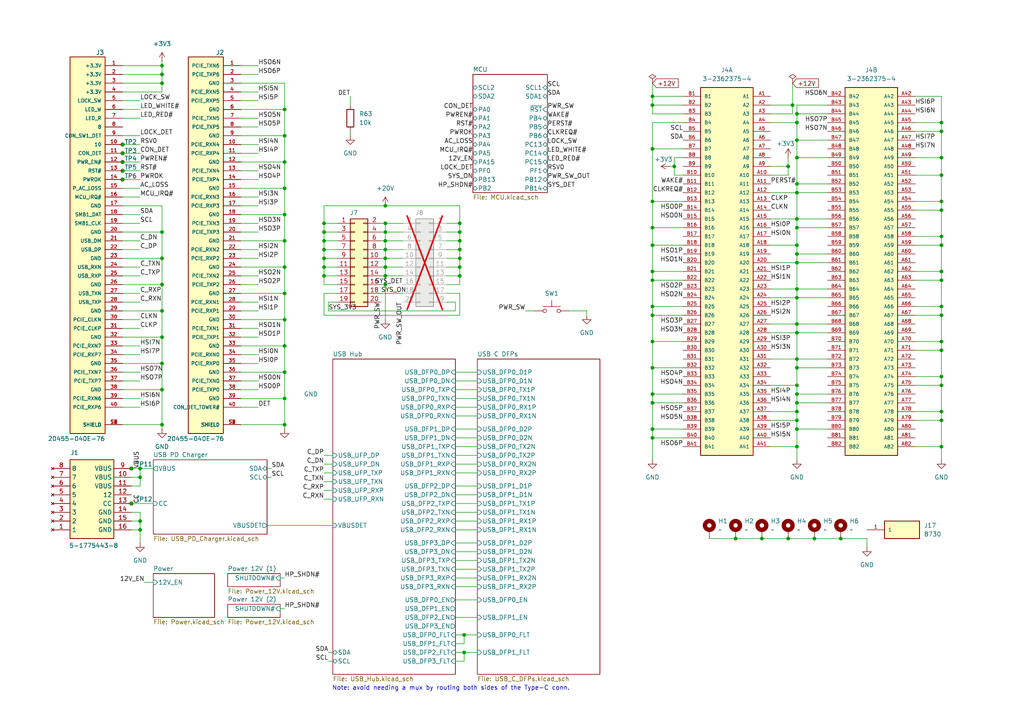
<source format=kicad_sch>
(kicad_sch (version 20231120) (generator "eeschema") (generator_version "8.0")
  (paper "A4")
  (junction (at 236.22 156.21))
  (junction (at 273.05 91.44))
  (junction (at 273.05 109.22))
  (junction (at 231.14 83.82))
  (junction (at 111.76 72.39))
  (junction (at 133.35 64.77))
  (junction (at 273.05 111.76))
  (junction (at 231.14 114.3))
  (junction (at 133.35 72.39))
  (junction (at 82.55 123.19))
  (junction (at 111.76 74.93))
  (junction (at 189.23 81.28))
  (junction (at 46.99 21.59))
  (junction (at 189.23 114.3))
  (junction (at 273.05 121.92))
  (junction (at 273.05 101.6))
  (junction (at 93.98 69.85))
  (junction (at 46.99 97.79))
  (junction (at 38.1 146.05))
  (junction (at 46.99 113.03))
  (junction (at 82.55 77.47))
  (junction (at 111.76 69.85))
  (junction (at 111.76 59.69))
  (junction (at 273.05 81.28))
  (junction (at 93.98 67.31))
  (junction (at 231.14 33.02))
  (junction (at 243.84 156.21))
  (junction (at 231.14 76.2))
  (junction (at 35.56 44.45))
  (junction (at 231.14 96.52))
  (junction (at 134.62 184.15))
  (junction (at 231.14 66.04))
  (junction (at 82.55 39.37))
  (junction (at 111.76 82.55))
  (junction (at 273.05 58.42))
  (junction (at 231.14 116.84))
  (junction (at 133.35 67.31))
  (junction (at 46.99 90.17))
  (junction (at 93.98 77.47))
  (junction (at 93.98 74.93))
  (junction (at 273.05 35.56))
  (junction (at 46.99 123.19))
  (junction (at 111.76 77.47))
  (junction (at 82.55 46.99))
  (junction (at 35.56 46.99))
  (junction (at 40.64 135.89))
  (junction (at 231.14 53.34))
  (junction (at 231.14 45.72))
  (junction (at 231.14 40.64))
  (junction (at 231.14 129.54))
  (junction (at 231.14 86.36))
  (junction (at 273.05 50.8))
  (junction (at 231.14 93.98))
  (junction (at 220.98 156.21))
  (junction (at 82.55 69.85))
  (junction (at 82.55 85.09))
  (junction (at 82.55 107.95))
  (junction (at 273.05 38.1))
  (junction (at 82.55 54.61))
  (junction (at 46.99 105.41))
  (junction (at 133.35 69.85))
  (junction (at 273.05 71.12))
  (junction (at 189.23 27.94))
  (junction (at 133.35 80.01))
  (junction (at 273.05 99.06))
  (junction (at 82.55 115.57))
  (junction (at 111.76 67.31))
  (junction (at 231.14 55.88))
  (junction (at 46.99 24.13))
  (junction (at 189.23 43.18))
  (junction (at 82.55 31.75))
  (junction (at 93.98 72.39))
  (junction (at 46.99 82.55))
  (junction (at 273.05 88.9))
  (junction (at 273.05 68.58))
  (junction (at 93.98 64.77))
  (junction (at 189.23 78.74))
  (junction (at 189.23 71.12))
  (junction (at 231.14 111.76))
  (junction (at 273.05 119.38))
  (junction (at 231.14 124.46))
  (junction (at 40.64 138.43))
  (junction (at 40.64 151.13))
  (junction (at 228.6 156.21))
  (junction (at 82.55 92.71))
  (junction (at 189.23 88.9))
  (junction (at 189.23 106.68))
  (junction (at 35.56 52.07))
  (junction (at 46.99 74.93))
  (junction (at 189.23 66.04))
  (junction (at 189.23 30.48))
  (junction (at 189.23 116.84))
  (junction (at 189.23 58.42))
  (junction (at 133.35 74.93))
  (junction (at 229.87 30.48))
  (junction (at 231.14 71.12))
  (junction (at 189.23 91.44))
  (junction (at 231.14 63.5))
  (junction (at 35.56 41.91))
  (junction (at 46.99 19.05))
  (junction (at 189.23 124.46))
  (junction (at 38.1 135.89))
  (junction (at 273.05 45.72))
  (junction (at 111.76 64.77))
  (junction (at 189.23 99.06))
  (junction (at 231.14 104.14))
  (junction (at 93.98 80.01))
  (junction (at 111.76 80.01))
  (junction (at 189.23 127))
  (junction (at 195.58 48.26))
  (junction (at 231.14 119.38))
  (junction (at 273.05 78.74))
  (junction (at 213.36 156.21))
  (junction (at 273.05 129.54))
  (junction (at 231.14 35.56))
  (junction (at 231.14 73.66))
  (junction (at 46.99 67.31))
  (junction (at 35.56 49.53))
  (junction (at 231.14 121.92))
  (junction (at 40.64 153.67))
  (junction (at 133.35 77.47))
  (junction (at 273.05 60.96))
  (junction (at 82.55 100.33))
  (junction (at 134.62 189.23))
  (junction (at 231.14 106.68))
  (junction (at 82.55 62.23))
  (junction (at 228.6 48.26))
  (wire (pts (xy 213.36 156.21) (xy 220.98 156.21)))
  (wire (pts (xy 93.98 137.16) (xy 96.52 137.16)))
  (wire (pts (xy 74.93 49.53) (xy 69.85 49.53)))
  (wire (pts (xy 133.35 59.69) (xy 133.35 64.77)))
  (wire (pts (xy 133.35 77.47) (xy 133.35 80.01)))
  (wire (pts (xy 189.23 71.12) (xy 198.12 71.12)))
  (wire (pts (xy 129.54 74.93) (xy 133.35 74.93)))
  (wire (pts (xy 46.99 90.17) (xy 46.99 97.79)))
  (wire (pts (xy 132.08 107.95) (xy 138.43 107.95)))
  (wire (pts (xy 93.98 69.85) (xy 97.79 69.85)))
  (wire (pts (xy 231.14 33.02) (xy 231.14 35.56)))
  (wire (pts (xy 195.58 45.72) (xy 195.58 48.26)))
  (wire (pts (xy 35.56 105.41) (xy 46.99 105.41)))
  (wire (pts (xy 111.76 69.85) (xy 116.84 69.85)))
  (wire (pts (xy 111.76 69.85) (xy 111.76 72.39)))
  (wire (pts (xy 273.05 129.54) (xy 273.05 133.35)))
  (wire (pts (xy 231.14 104.14) (xy 240.03 104.14)))
  (wire (pts (xy 40.64 135.89) (xy 44.45 135.89)))
  (wire (pts (xy 223.52 33.02) (xy 229.87 33.02)))
  (wire (pts (xy 223.52 63.5) (xy 231.14 63.5)))
  (wire (pts (xy 35.56 90.17) (xy 46.99 90.17)))
  (wire (pts (xy 132.08 120.65) (xy 138.43 120.65)))
  (wire (pts (xy 35.56 97.79) (xy 46.99 97.79)))
  (wire (pts (xy 35.56 52.07) (xy 40.64 52.07)))
  (wire (pts (xy 132.08 165.1) (xy 138.43 165.1)))
  (wire (pts (xy 111.76 67.31) (xy 111.76 69.85)))
  (wire (pts (xy 35.56 113.03) (xy 46.99 113.03)))
  (wire (pts (xy 69.85 100.33) (xy 82.55 100.33)))
  (wire (pts (xy 152.4 90.17) (xy 154.94 90.17)))
  (wire (pts (xy 134.62 189.23) (xy 138.43 189.23)))
  (wire (pts (xy 40.64 153.67) (xy 40.64 157.48)))
  (wire (pts (xy 198.12 58.42) (xy 189.23 58.42)))
  (wire (pts (xy 93.98 77.47) (xy 97.79 77.47)))
  (wire (pts (xy 223.52 86.36) (xy 231.14 86.36)))
  (wire (pts (xy 93.98 80.01) (xy 97.79 80.01)))
  (wire (pts (xy 35.56 34.29) (xy 40.64 34.29)))
  (wire (pts (xy 40.64 107.95) (xy 35.56 107.95)))
  (wire (pts (xy 82.55 115.57) (xy 82.55 123.19)))
  (wire (pts (xy 74.93 80.01) (xy 69.85 80.01)))
  (wire (pts (xy 111.76 67.31) (xy 116.84 67.31)))
  (wire (pts (xy 265.43 71.12) (xy 273.05 71.12)))
  (wire (pts (xy 231.14 106.68) (xy 240.03 106.68)))
  (wire (pts (xy 40.64 77.47) (xy 35.56 77.47)))
  (wire (pts (xy 132.08 189.23) (xy 134.62 189.23)))
  (wire (pts (xy 82.55 107.95) (xy 82.55 115.57)))
  (wire (pts (xy 231.14 63.5) (xy 231.14 66.04)))
  (wire (pts (xy 93.98 67.31) (xy 97.79 67.31)))
  (wire (pts (xy 251.46 156.21) (xy 251.46 158.75)))
  (wire (pts (xy 132.08 160.02) (xy 138.43 160.02)))
  (wire (pts (xy 101.6 38.1) (xy 101.6 39.37)))
  (wire (pts (xy 189.23 88.9) (xy 189.23 91.44)))
  (wire (pts (xy 132.08 170.18) (xy 138.43 170.18)))
  (wire (pts (xy 40.64 85.09) (xy 35.56 85.09)))
  (wire (pts (xy 132.08 191.77) (xy 134.62 191.77)))
  (wire (pts (xy 223.52 83.82) (xy 231.14 83.82)))
  (wire (pts (xy 273.05 58.42) (xy 273.05 60.96)))
  (wire (pts (xy 40.64 102.87) (xy 35.56 102.87)))
  (wire (pts (xy 35.56 44.45) (xy 40.64 44.45)))
  (wire (pts (xy 189.23 66.04) (xy 198.12 66.04)))
  (wire (pts (xy 82.55 24.13) (xy 82.55 31.75)))
  (wire (pts (xy 189.23 88.9) (xy 198.12 88.9)))
  (wire (pts (xy 40.64 100.33) (xy 35.56 100.33)))
  (wire (pts (xy 229.87 33.02) (xy 229.87 30.48)))
  (wire (pts (xy 46.99 123.19) (xy 46.99 124.46)))
  (wire (pts (xy 132.08 87.63) (xy 132.08 90.17)))
  (wire (pts (xy 265.43 99.06) (xy 273.05 99.06)))
  (wire (pts (xy 231.14 121.92) (xy 231.14 124.46)))
  (wire (pts (xy 189.23 127) (xy 189.23 133.35)))
  (wire (pts (xy 35.56 67.31) (xy 46.99 67.31)))
  (wire (pts (xy 35.56 74.93) (xy 46.99 74.93)))
  (wire (pts (xy 46.99 113.03) (xy 46.99 123.19)))
  (wire (pts (xy 133.35 80.01) (xy 133.35 82.55)))
  (wire (pts (xy 129.54 85.09) (xy 133.35 85.09)))
  (wire (pts (xy 231.14 45.72) (xy 240.03 45.72)))
  (wire (pts (xy 223.52 55.88) (xy 231.14 55.88)))
  (wire (pts (xy 231.14 40.64) (xy 240.03 40.64)))
  (wire (pts (xy 46.99 67.31) (xy 46.99 74.93)))
  (wire (pts (xy 74.93 64.77) (xy 69.85 64.77)))
  (wire (pts (xy 129.54 72.39) (xy 133.35 72.39)))
  (wire (pts (xy 40.64 135.89) (xy 40.64 138.43)))
  (wire (pts (xy 231.14 129.54) (xy 231.14 133.35)))
  (wire (pts (xy 240.03 30.48) (xy 231.14 30.48)))
  (wire (pts (xy 132.08 115.57) (xy 138.43 115.57)))
  (wire (pts (xy 265.43 27.94) (xy 273.05 27.94)))
  (wire (pts (xy 273.05 81.28) (xy 273.05 88.9)))
  (wire (pts (xy 40.64 148.59) (xy 40.64 151.13)))
  (wire (pts (xy 110.49 82.55) (xy 111.76 82.55)))
  (wire (pts (xy 189.23 114.3) (xy 189.23 116.84)))
  (wire (pts (xy 40.64 69.85) (xy 35.56 69.85)))
  (wire (pts (xy 74.93 90.17) (xy 69.85 90.17)))
  (wire (pts (xy 129.54 77.47) (xy 133.35 77.47)))
  (wire (pts (xy 134.62 191.77) (xy 134.62 189.23)))
  (wire (pts (xy 81.28 167.64) (xy 82.55 167.64)))
  (wire (pts (xy 95.25 191.77) (xy 96.52 191.77)))
  (wire (pts (xy 189.23 30.48) (xy 189.23 27.94)))
  (wire (pts (xy 69.85 24.13) (xy 82.55 24.13)))
  (wire (pts (xy 132.08 162.56) (xy 138.43 162.56)))
  (wire (pts (xy 93.98 134.62) (xy 96.52 134.62)))
  (wire (pts (xy 231.14 35.56) (xy 231.14 40.64)))
  (wire (pts (xy 40.64 87.63) (xy 35.56 87.63)))
  (wire (pts (xy 69.85 39.37) (xy 82.55 39.37)))
  (wire (pts (xy 132.08 110.49) (xy 138.43 110.49)))
  (wire (pts (xy 46.99 82.55) (xy 46.99 90.17)))
  (wire (pts (xy 220.98 156.21) (xy 228.6 156.21)))
  (wire (pts (xy 189.23 33.02) (xy 189.23 30.48)))
  (wire (pts (xy 69.85 92.71) (xy 82.55 92.71)))
  (wire (pts (xy 134.62 184.15) (xy 138.43 184.15)))
  (wire (pts (xy 132.08 151.13) (xy 138.43 151.13)))
  (wire (pts (xy 265.43 111.76) (xy 273.05 111.76)))
  (wire (pts (xy 40.64 118.11) (xy 35.56 118.11)))
  (wire (pts (xy 231.14 55.88) (xy 231.14 63.5)))
  (wire (pts (xy 93.98 59.69) (xy 111.76 59.69)))
  (wire (pts (xy 69.85 31.75) (xy 82.55 31.75)))
  (wire (pts (xy 231.14 93.98) (xy 231.14 96.52)))
  (wire (pts (xy 110.49 74.93) (xy 111.76 74.93)))
  (wire (pts (xy 69.85 85.09) (xy 82.55 85.09)))
  (wire (pts (xy 129.54 64.77) (xy 133.35 64.77)))
  (wire (pts (xy 231.14 40.64) (xy 231.14 45.72)))
  (wire (pts (xy 228.6 156.21) (xy 236.22 156.21)))
  (wire (pts (xy 231.14 124.46) (xy 240.03 124.46)))
  (wire (pts (xy 189.23 43.18) (xy 198.12 43.18)))
  (wire (pts (xy 82.55 85.09) (xy 82.55 92.71)))
  (wire (pts (xy 265.43 78.74) (xy 273.05 78.74)))
  (wire (pts (xy 74.93 34.29) (xy 69.85 34.29)))
  (wire (pts (xy 93.98 144.78) (xy 96.52 144.78)))
  (wire (pts (xy 46.99 19.05) (xy 46.99 17.78)))
  (wire (pts (xy 74.93 74.93) (xy 69.85 74.93)))
  (wire (pts (xy 93.98 64.77) (xy 93.98 59.69)))
  (wire (pts (xy 189.23 116.84) (xy 198.12 116.84)))
  (wire (pts (xy 69.85 77.47) (xy 82.55 77.47)))
  (wire (pts (xy 189.23 43.18) (xy 189.23 58.42)))
  (wire (pts (xy 110.49 72.39) (xy 111.76 72.39)))
  (wire (pts (xy 189.23 78.74) (xy 198.12 78.74)))
  (wire (pts (xy 93.98 74.93) (xy 93.98 77.47)))
  (wire (pts (xy 129.54 80.01) (xy 133.35 80.01)))
  (wire (pts (xy 231.14 124.46) (xy 231.14 129.54)))
  (wire (pts (xy 46.99 21.59) (xy 46.99 19.05)))
  (wire (pts (xy 40.64 110.49) (xy 35.56 110.49)))
  (wire (pts (xy 223.52 121.92) (xy 231.14 121.92)))
  (wire (pts (xy 231.14 104.14) (xy 231.14 106.68)))
  (wire (pts (xy 265.43 119.38) (xy 273.05 119.38)))
  (wire (pts (xy 231.14 83.82) (xy 240.03 83.82)))
  (wire (pts (xy 74.93 44.45) (xy 69.85 44.45)))
  (wire (pts (xy 132.08 124.46) (xy 138.43 124.46)))
  (wire (pts (xy 133.35 69.85) (xy 133.35 72.39)))
  (wire (pts (xy 231.14 53.34) (xy 240.03 53.34)))
  (wire (pts (xy 74.93 82.55) (xy 69.85 82.55)))
  (wire (pts (xy 189.23 58.42) (xy 189.23 66.04)))
  (wire (pts (xy 35.56 46.99) (xy 40.64 46.99)))
  (wire (pts (xy 223.52 35.56) (xy 231.14 35.56)))
  (wire (pts (xy 111.76 74.93) (xy 116.84 74.93)))
  (wire (pts (xy 35.56 24.13) (xy 46.99 24.13)))
  (wire (pts (xy 110.49 69.85) (xy 111.76 69.85)))
  (wire (pts (xy 132.08 113.03) (xy 138.43 113.03)))
  (wire (pts (xy 110.49 67.31) (xy 111.76 67.31)))
  (wire (pts (xy 273.05 121.92) (xy 273.05 129.54)))
  (wire (pts (xy 132.08 140.97) (xy 138.43 140.97)))
  (wire (pts (xy 231.14 76.2) (xy 231.14 83.82)))
  (wire (pts (xy 111.76 80.01) (xy 116.84 80.01)))
  (wire (pts (xy 132.08 186.69) (xy 134.62 186.69)))
  (wire (pts (xy 132.08 143.51) (xy 138.43 143.51)))
  (wire (pts (xy 93.98 72.39) (xy 97.79 72.39)))
  (wire (pts (xy 111.76 72.39) (xy 111.76 74.93)))
  (wire (pts (xy 111.76 72.39) (xy 116.84 72.39)))
  (wire (pts (xy 35.56 31.75) (xy 40.64 31.75)))
  (wire (pts (xy 129.54 87.63) (xy 132.08 87.63)))
  (wire (pts (xy 273.05 109.22) (xy 273.05 111.76)))
  (wire (pts (xy 74.93 97.79) (xy 69.85 97.79)))
  (wire (pts (xy 165.1 90.17) (xy 170.18 90.17)))
  (wire (pts (xy 229.87 24.13) (xy 229.87 30.48)))
  (wire (pts (xy 82.55 62.23) (xy 82.55 69.85)))
  (wire (pts (xy 265.43 91.44) (xy 273.05 91.44)))
  (wire (pts (xy 77.47 135.89) (xy 78.74 135.89)))
  (wire (pts (xy 82.55 39.37) (xy 82.55 46.99)))
  (wire (pts (xy 101.6 27.94) (xy 101.6 30.48)))
  (wire (pts (xy 93.98 64.77) (xy 97.79 64.77)))
  (wire (pts (xy 74.93 110.49) (xy 69.85 110.49)))
  (wire (pts (xy 35.56 82.55) (xy 46.99 82.55)))
  (wire (pts (xy 95.25 87.63) (xy 95.25 90.17)))
  (wire (pts (xy 110.49 80.01) (xy 111.76 80.01)))
  (wire (pts (xy 223.52 96.52) (xy 231.14 96.52)))
  (wire (pts (xy 82.55 31.75) (xy 82.55 39.37)))
  (wire (pts (xy 223.52 30.48) (xy 229.87 30.48)))
  (wire (pts (xy 35.56 21.59) (xy 46.99 21.59)))
  (wire (pts (xy 198.12 33.02) (xy 189.23 33.02)))
  (wire (pts (xy 273.05 27.94) (xy 273.05 35.56)))
  (wire (pts (xy 35.56 26.67) (xy 46.99 26.67)))
  (wire (pts (xy 69.85 46.99) (xy 82.55 46.99)))
  (wire (pts (xy 189.23 124.46) (xy 198.12 124.46)))
  (wire (pts (xy 231.14 86.36) (xy 231.14 93.98)))
  (wire (pts (xy 38.1 146.05) (xy 44.45 146.05)))
  (wire (pts (xy 265.43 38.1) (xy 273.05 38.1)))
  (wire (pts (xy 74.93 105.41) (xy 69.85 105.41)))
  (wire (pts (xy 93.98 139.7) (xy 96.52 139.7)))
  (wire (pts (xy 198.12 35.56) (xy 189.23 35.56)))
  (wire (pts (xy 273.05 101.6) (xy 273.05 109.22)))
  (wire (pts (xy 273.05 50.8) (xy 273.05 58.42)))
  (wire (pts (xy 223.52 119.38) (xy 231.14 119.38)))
  (wire (pts (xy 69.85 54.61) (xy 82.55 54.61)))
  (wire (pts (xy 195.58 48.26) (xy 195.58 50.8)))
  (wire (pts (xy 198.12 45.72) (xy 195.58 45.72)))
  (wire (pts (xy 74.93 102.87) (xy 69.85 102.87)))
  (wire (pts (xy 265.43 129.54) (xy 273.05 129.54)))
  (wire (pts (xy 273.05 99.06) (xy 273.05 101.6)))
  (wire (pts (xy 231.14 114.3) (xy 231.14 116.84)))
  (wire (pts (xy 228.6 45.72) (xy 228.6 48.26)))
  (wire (pts (xy 93.98 142.24) (xy 96.52 142.24)))
  (wire (pts (xy 231.14 96.52) (xy 240.03 96.52)))
  (wire (pts (xy 132.08 179.07) (xy 138.43 179.07)))
  (wire (pts (xy 110.49 77.47) (xy 111.76 77.47)))
  (wire (pts (xy 133.35 91.44) (xy 93.98 91.44)))
  (wire (pts (xy 231.14 106.68) (xy 231.14 111.76)))
  (wire (pts (xy 265.43 45.72) (xy 273.05 45.72)))
  (wire (pts (xy 111.76 80.01) (xy 111.76 82.55)))
  (wire (pts (xy 189.23 106.68) (xy 189.23 114.3)))
  (wire (pts (xy 132.08 157.48) (xy 138.43 157.48)))
  (wire (pts (xy 35.56 59.69) (xy 46.99 59.69)))
  (wire (pts (xy 40.64 92.71) (xy 35.56 92.71)))
  (wire (pts (xy 189.23 116.84) (xy 189.23 124.46)))
  (wire (pts (xy 82.55 92.71) (xy 82.55 100.33)))
  (wire (pts (xy 231.14 63.5) (xy 240.03 63.5)))
  (wire (pts (xy 35.56 57.15) (xy 40.64 57.15)))
  (wire (pts (xy 74.93 95.25) (xy 69.85 95.25)))
  (wire (pts (xy 265.43 50.8) (xy 273.05 50.8)))
  (wire (pts (xy 35.56 54.61) (xy 40.64 54.61)))
  (wire (pts (xy 236.22 156.21) (xy 243.84 156.21)))
  (wire (pts (xy 273.05 119.38) (xy 273.05 121.92)))
  (wire (pts (xy 46.99 24.13) (xy 46.99 21.59)))
  (wire (pts (xy 132.08 167.64) (xy 138.43 167.64)))
  (wire (pts (xy 74.93 87.63) (xy 69.85 87.63)))
  (wire (pts (xy 231.14 83.82) (xy 231.14 86.36)))
  (wire (pts (xy 189.23 91.44) (xy 198.12 91.44)))
  (wire (pts (xy 132.08 184.15) (xy 134.62 184.15)))
  (wire (pts (xy 189.23 99.06) (xy 189.23 106.68)))
  (wire (pts (xy 129.54 69.85) (xy 133.35 69.85)))
  (wire (pts (xy 265.43 81.28) (xy 273.05 81.28)))
  (wire (pts (xy 111.76 82.55) (xy 111.76 92.71)))
  (wire (pts (xy 74.93 59.69) (xy 69.85 59.69)))
  (wire (pts (xy 93.98 72.39) (xy 93.98 69.85)))
  (wire (pts (xy 223.52 129.54) (xy 231.14 129.54)))
  (wire (pts (xy 243.84 156.21) (xy 251.46 156.21)))
  (wire (pts (xy 111.76 77.47) (xy 116.84 77.47)))
  (wire (pts (xy 231.14 73.66) (xy 231.14 76.2)))
  (wire (pts (xy 273.05 71.12) (xy 273.05 78.74)))
  (wire (pts (xy 40.64 62.23) (xy 35.56 62.23)))
  (wire (pts (xy 93.98 132.08) (xy 96.52 132.08)))
  (wire (pts (xy 189.23 78.74) (xy 189.23 81.28)))
  (wire (pts (xy 69.85 62.23) (xy 82.55 62.23)))
  (wire (pts (xy 97.79 87.63) (xy 95.25 87.63)))
  (wire (pts (xy 93.98 74.93) (xy 93.98 72.39)))
  (wire (pts (xy 170.18 90.17) (xy 170.18 91.44)))
  (wire (pts (xy 231.14 55.88) (xy 240.03 55.88)))
  (wire (pts (xy 46.99 74.93) (xy 46.99 82.55)))
  (wire (pts (xy 38.1 140.97) (xy 40.64 140.97)))
  (wire (pts (xy 69.85 123.19) (xy 82.55 123.19)))
  (wire (pts (xy 35.56 123.19) (xy 46.99 123.19)))
  (wire (pts (xy 40.64 115.57) (xy 35.56 115.57)))
  (wire (pts (xy 189.23 106.68) (xy 198.12 106.68)))
  (wire (pts (xy 133.35 74.93) (xy 133.35 77.47)))
  (wire (pts (xy 273.05 60.96) (xy 273.05 68.58)))
  (wire (pts (xy 111.76 74.93) (xy 111.76 77.47)))
  (wire (pts (xy 231.14 96.52) (xy 231.14 104.14)))
  (wire (pts (xy 38.1 151.13) (xy 40.64 151.13)))
  (wire (pts (xy 40.64 64.77) (xy 35.56 64.77)))
  (wire (pts (xy 132.08 134.62) (xy 138.43 134.62)))
  (wire (pts (xy 273.05 88.9) (xy 273.05 91.44)))
  (wire (pts (xy 129.54 82.55) (xy 133.35 82.55)))
  (wire (pts (xy 74.93 19.05) (xy 69.85 19.05)))
  (wire (pts (xy 74.93 29.21) (xy 69.85 29.21)))
  (wire (pts (xy 132.08 127) (xy 138.43 127)))
  (wire (pts (xy 231.14 30.48) (xy 231.14 33.02)))
  (wire (pts (xy 69.85 115.57) (xy 82.55 115.57)))
  (wire (pts (xy 40.64 138.43) (xy 40.64 140.97)))
  (wire (pts (xy 223.52 48.26) (xy 228.6 48.26)))
  (wire (pts (xy 69.85 107.95) (xy 82.55 107.95)))
  (wire (pts (xy 265.43 109.22) (xy 273.05 109.22)))
  (wire (pts (xy 133.35 72.39) (xy 133.35 74.93)))
  (wire (pts (xy 133.35 85.09) (xy 133.35 91.44)))
  (wire (pts (xy 133.35 67.31) (xy 133.35 69.85)))
  (wire (pts (xy 77.47 138.43) (xy 78.74 138.43)))
  (wire (pts (xy 189.23 66.04) (xy 189.23 71.12)))
  (wire (pts (xy 231.14 86.36) (xy 240.03 86.36)))
  (wire (pts (xy 82.55 100.33) (xy 82.55 107.95)))
  (wire (pts (xy 231.14 45.72) (xy 231.14 53.34)))
  (wire (pts (xy 35.56 41.91) (xy 40.64 41.91)))
  (wire (pts (xy 265.43 35.56) (xy 273.05 35.56)))
  (wire (pts (xy 74.93 26.67) (xy 69.85 26.67)))
  (wire (pts (xy 132.08 173.99) (xy 138.43 173.99)))
  (wire (pts (xy 132.08 148.59) (xy 138.43 148.59)))
  (wire (pts (xy 132.08 153.67) (xy 138.43 153.67)))
  (wire (pts (xy 82.55 46.99) (xy 82.55 54.61)))
  (wire (pts (xy 231.14 73.66) (xy 240.03 73.66)))
  (wire (pts (xy 110.49 64.77) (xy 111.76 64.77)))
  (wire (pts (xy 231.14 93.98) (xy 240.03 93.98)))
  (wire (pts (xy 228.6 50.8) (xy 228.6 48.26)))
  (wire (pts (xy 223.52 111.76) (xy 231.14 111.76)))
  (wire (pts (xy 273.05 78.74) (xy 273.05 81.28)))
  (wire (pts (xy 77.47 152.4) (xy 96.52 152.4)))
  (wire (pts (xy 82.55 123.19) (xy 82.55 124.46)))
  (wire (pts (xy 38.1 148.59) (xy 40.64 148.59)))
  (wire (pts (xy 111.76 59.69) (xy 133.35 59.69)))
  (wire (pts (xy 273.05 91.44) (xy 273.05 99.06)))
  (wire (pts (xy 231.14 66.04) (xy 240.03 66.04)))
  (wire (pts (xy 189.23 71.12) (xy 189.23 78.74)))
  (wire (pts (xy 40.64 151.13) (xy 40.64 153.67)))
  (wire (pts (xy 82.55 54.61) (xy 82.55 62.23)))
  (wire (pts (xy 273.05 68.58) (xy 273.05 71.12)))
  (wire (pts (xy 189.23 99.06) (xy 198.12 99.06)))
  (wire (pts (xy 195.58 50.8) (xy 198.12 50.8)))
  (wire (pts (xy 231.14 66.04) (xy 231.14 71.12)))
  (wire (pts (xy 231.14 53.34) (xy 231.14 55.88)))
  (wire (pts (xy 35.56 19.05) (xy 46.99 19.05)))
  (wire (pts (xy 265.43 121.92) (xy 273.05 121.92)))
  (wire (pts (xy 223.52 93.98) (xy 231.14 93.98)))
  (wire (pts (xy 189.23 127) (xy 198.12 127)))
  (wire (pts (xy 223.52 50.8) (xy 228.6 50.8)))
  (wire (pts (xy 129.54 67.31) (xy 133.35 67.31)))
  (wire (pts (xy 81.28 176.53) (xy 82.55 176.53)))
  (wire (pts (xy 132.08 118.11) (xy 138.43 118.11)))
  (wire (pts (xy 74.93 21.59) (xy 69.85 21.59)))
  (wire (pts (xy 74.93 57.15) (xy 69.85 57.15)))
  (wire (pts (xy 95.25 189.23) (xy 96.52 189.23)))
  (wire (pts (xy 273.05 111.76) (xy 273.05 119.38)))
  (wire (pts (xy 132.08 137.16) (xy 138.43 137.16)))
  (wire (pts (xy 265.43 58.42) (xy 273.05 58.42)))
  (wire (pts (xy 189.23 91.44) (xy 189.23 99.06)))
  (wire (pts (xy 93.98 67.31) (xy 93.98 64.77)))
  (wire (pts (xy 198.12 30.48) (xy 189.23 30.48)))
  (wire (pts (xy 38.1 138.43) (xy 40.64 138.43)))
  (wire (pts (xy 231.14 71.12) (xy 231.14 73.66)))
  (wire (pts (xy 40.64 49.53) (xy 35.56 49.53)))
  (wire (pts (xy 93.98 69.85) (xy 93.98 67.31)))
  (wire (pts (xy 38.1 153.67) (xy 40.64 153.67)))
  (wire (pts (xy 194.31 48.26) (xy 195.58 48.26)))
  (wire (pts (xy 46.99 105.41) (xy 46.99 113.03)))
  (wire (pts (xy 231.14 116.84) (xy 240.03 116.84)))
  (wire (pts (xy 40.64 80.01) (xy 35.56 80.01)))
  (wire (pts (xy 231.14 114.3) (xy 240.03 114.3)))
  (wire (pts (xy 69.85 69.85) (xy 82.55 69.85)))
  (wire (pts (xy 273.05 38.1) (xy 273.05 45.72)))
  (wire (pts (xy 205.74 156.21) (xy 213.36 156.21)))
  (wire (pts (xy 111.76 64.77) (xy 116.84 64.77)))
  (wire (pts (xy 82.55 77.47) (xy 82.55 85.09)))
  (wire (pts (xy 93.98 82.55) (xy 97.79 82.55)))
  (wire (pts (xy 46.99 97.79) (xy 46.99 105.41)))
  (wire (pts (xy 93.98 91.44) (xy 93.98 85.09)))
  (wire (pts (xy 132.08 129.54) (xy 138.43 129.54)))
  (wire (pts (xy 35.56 39.37) (xy 40.64 39.37)))
  (wire (pts (xy 189.23 81.28) (xy 189.23 88.9)))
  (wire (pts (xy 198.12 27.94) (xy 189.23 27.94)))
  (wire (pts (xy 74.93 41.91) (xy 69.85 41.91)))
  (wire (pts (xy 46.99 26.67) (xy 46.99 24.13)))
  (wire (pts (xy 223.52 71.12) (xy 231.14 71.12)))
  (wire (pts (xy 74.93 113.03) (xy 69.85 113.03)))
  (wire (pts (xy 132.08 146.05) (xy 138.43 146.05)))
  (wire (pts (xy 95.25 90.17) (xy 132.08 90.17)))
  (wire (pts (xy 82.55 69.85) (xy 82.55 77.47)))
  (wire (pts (xy 189.23 114.3) (xy 198.12 114.3)))
  (wire (pts (xy 40.64 95.25) (xy 35.56 95.25)))
  (wire (pts (xy 69.85 118.11) (xy 74.93 118.11)))
  (wire (pts (xy 265.43 88.9) (xy 273.05 88.9)))
  (wire (pts (xy 93.98 82.55) (xy 93.98 80.01)))
  (wire (pts (xy 231.14 111.76) (xy 231.14 114.3)))
  (wire (pts (xy 38.1 135.89) (xy 40.64 135.89)))
  (wire (pts (xy 223.52 104.14) (xy 231.14 104.14)))
  (wire (pts (xy 41.91 168.91) (xy 44.45 168.91)))
  (wire (pts (xy 46.99 59.69) (xy 46.99 67.31)))
  (wire (pts (xy 93.98 74.93) (xy 97.79 74.93)))
  (wire (pts (xy 74.93 36.83) (xy 69.85 36.83)))
  (wire (pts (xy 74.93 52.07) (xy 69.85 52.07)))
  (wire (pts (xy 110.49 85.09) (xy 116.84 85.09)))
  (wire (pts (xy 189.23 81.28) (xy 198.12 81.28)))
  (wire (pts (xy 265.43 101.6) (xy 273.05 101.6)))
  (wire (pts (xy 189.23 35.56) (xy 189.23 43.18)))
  (wire (pts (xy 35.56 29.21) (xy 40.64 29.21)))
  (wire (pts (xy 231.14 119.38) (xy 231.14 121.92)))
  (wire (pts (xy 111.76 64.77) (xy 111.76 67.31)))
  (wire (pts (xy 93.98 85.09) (xy 97.79 85.09)))
  (wire (pts (xy 189.23 124.46) (xy 189.23 127)))
  (wire (pts (xy 265.43 68.58) (xy 273.05 68.58)))
  (wire (pts (xy 265.43 60.96) (xy 273.05 60.96)))
  (wire (pts (xy 231.14 116.84) (xy 231.14 119.38)))
  (wire (pts (xy 132.08 132.08) (xy 138.43 132.08)))
  (wire (pts (xy 231.14 76.2) (xy 240.03 76.2)))
  (wire (pts (xy 40.64 72.39) (xy 35.56 72.39)))
  (wire (pts (xy 273.05 45.72) (xy 273.05 50.8)))
  (wire (pts (xy 93.98 80.01) (xy 93.98 77.47)))
  (wire (pts (xy 111.76 77.47) (xy 111.76 80.01)))
  (wire (pts (xy 74.93 72.39) (xy 69.85 72.39)))
  (wire (pts (xy 273.05 35.56) (xy 273.05 38.1)))
  (wire (pts (xy 134.62 186.69) (xy 134.62 184.15)))
  (wire (pts (xy 189.23 24.13) (xy 189.23 27.94)))
  (wire (pts (xy 231.14 33.02) (xy 240.03 33.02)))
  (wire (pts (xy 74.93 67.31) (xy 69.85 67.31)))
  (wire (pts (xy 133.35 64.77) (xy 133.35 67.31)))
  (wire (pts (xy 223.52 76.2) (xy 231.14 76.2)))
  (text "Note: avoid needing a mux by routing both sides of the Type-C conn." (at 130.81 199.644 0) (effects (font (size 1.27 1.27))))
  (label "HSO1N" (at 198.12 76.2 180))
  (label "HSI2P" (at 74.93 74.93 0))
  (label "HSO6P" (at 74.93 21.59 0))
  (label "HSI5P" (at 223.52 124.46 0))
  (label "HSI5P" (at 74.93 29.21 0))
  (label "PWR_SW" (at 152.4 90.17 180))
  (label "HP_SHDN#" (at 82.55 176.53 0))
  (label "PWROK" (at 137.16 39.37 180))
  (label "C_TXN" (at 93.98 139.7 180))
  (label "HSO3P" (at 198.12 93.98 180))
  (label "SDA" (at 40.64 62.23 0))
  (label "HSI3P" (at 223.52 99.06 0))
  (label "RSV0" (at 158.75 49.53 0))
  (label "HSI0P" (at 223.52 66.04 0))
  (label "LED_RED#" (at 40.64 34.29 0))
  (label "SCL" (at 95.25 191.77 180))
  (label "LOCK_SW" (at 40.64 29.21 0))
  (label "CLKN" (at 223.52 60.96 0))
  (label "SDA" (at 158.75 27.94 0))
  (label "PWROK" (at 40.64 52.07 0))
  (label "CLKN" (at 40.64 92.71 0))
  (label "HSI0N" (at 74.93 102.87 0))
  (label "HSO4P" (at 198.12 109.22 180))
  (label "C_RXP" (at 93.98 142.24 180))
  (label "HSO2P" (at 198.12 83.82 180))
  (label "HSO4N" (at 198.12 111.76 180))
  (label "SCL" (at 158.75 25.4 0))
  (label "SDA" (at 95.25 189.23 180))
  (label "C_DP" (at 93.98 132.08 180))
  (label "DET" (at 74.93 118.11 0))
  (label "C_DP" (at 40.64 72.39 0))
  (label "C_RXN" (at 40.64 87.63 0))
  (label "HSO5N" (at 74.93 34.29 0))
  (label "PWREN#" (at 40.64 46.99 0))
  (label "HSO3N" (at 198.12 96.52 180))
  (label "WAKE#" (at 198.12 53.34 180))
  (label "SDA" (at 198.12 40.64 180))
  (label "SCL" (at 78.74 138.43 0))
  (label "PWR_SW_OUT" (at 158.75 52.07 0))
  (label "SYS_3V3" (at 95.25 90.17 0))
  (label "HSI3P" (at 74.93 59.69 0))
  (label "12V_EN" (at 41.91 168.91 180))
  (label "CON_DET" (at 137.16 31.75 180))
  (label "C_RXN" (at 93.98 144.78 180))
  (label "HSI4N" (at 223.52 116.84 0))
  (label "12V_EN" (at 137.16 46.99 180))
  (label "MCU_IRQ#" (at 40.64 57.15 0))
  (label "C_DN" (at 93.98 134.62 180))
  (label "HSO2P" (at 74.93 82.55 0))
  (label "SYS_DET" (at 116.84 82.55 180))
  (label "HSI6P" (at 265.43 30.48 0))
  (label "HP_SHDN#" (at 82.55 167.64 0))
  (label "HSI4N" (at 74.93 41.91 0))
  (label "CLKREQ#" (at 158.75 39.37 0))
  (label "HSO5P" (at 74.93 36.83 0))
  (label "SYS_DET" (at 158.75 54.61 0))
  (label "HSO5P" (at 198.12 119.38 180))
  (label "HSI4P" (at 223.52 114.3 0))
  (label "HSI4P" (at 74.93 44.45 0))
  (label "HSO7N" (at 240.03 38.1 180))
  (label "PWREN#" (at 137.16 34.29 180))
  (label "LOCK_DET" (at 40.64 39.37 0))
  (label "HSI7N" (at 40.64 100.33 0))
  (label "AC_LOSS" (at 40.64 54.61 0))
  (label "HSI5N" (at 74.93 26.67 0))
  (label "SCL" (at 40.64 64.77 0))
  (label "RSV0" (at 40.64 41.91 0))
  (label "LED_RED#" (at 158.75 46.99 0))
  (label "HSI6N" (at 265.43 33.02 0))
  (label "HSO7P" (at 240.03 35.56 180))
  (label "HSO0P" (at 74.93 113.03 0))
  (label "HSO0P" (at 198.12 60.96 180))
  (label "HSO1P" (at 198.12 73.66 180))
  (label "HSI7P" (at 265.43 40.64 0))
  (label "HSO2N" (at 198.12 86.36 180))
  (label "HSO7P" (at 40.64 110.49 0))
  (label "LOCK_SW" (at 158.75 41.91 0))
  (label "HSI0N" (at 223.52 68.58 0))
  (label "HSO2N" (at 74.93 80.01 0))
  (label "VBUS" (at 40.64 135.89 90))
  (label "HSI5N" (at 223.52 127 0))
  (label "C_TXN" (at 40.64 77.47 0))
  (label "HSO3N" (at 74.93 64.77 0))
  (label "CC" (at 40.64 146.05 90))
  (label "HSO4N" (at 74.93 49.53 0))
  (label "PERST#" (at 223.52 53.34 0))
  (label "PERST#" (at 158.75 36.83 0))
  (label "C_TXP" (at 40.64 80.01 0))
  (label "HSI1N" (at 74.93 87.63 0))
  (label "HSO7N" (at 40.64 107.95 0))
  (label "LED_WHITE#" (at 158.75 44.45 0))
  (label "HSI1N" (at 223.52 81.28 0))
  (label "DET" (at 101.6 27.94 180))
  (label "AC_LOSS" (at 137.16 41.91 180))
  (label "CLKP" (at 40.64 95.25 0))
  (label "C_DN" (at 40.64 69.85 0))
  (label "HSI1P" (at 223.52 78.74 0))
  (label "MCU_IRQ#" (at 137.16 44.45 180))
  (label "WAKE#" (at 158.75 34.29 0))
  (label "HP_SHDN#" (at 137.16 54.61 180))
  (label "C_TXP" (at 93.98 137.16 180))
  (label "CLKREQ#" (at 198.12 55.88 180))
  (label "RST#" (at 137.16 36.83 180))
  (label "RST#" (at 40.64 49.53 0))
  (label "SYS_ON" (at 110.49 85.09 0))
  (label "PWR_SW" (at 158.75 31.75 0))
  (label "PWR_SW_OUT" (at 116.84 87.63 270))
  (label "HSI6P" (at 40.64 118.11 0))
  (label "HSO0N" (at 198.12 63.5 180))
  (label "HSO6N" (at 240.03 27.94 180))
  (label "HSI2N" (at 74.93 72.39 0))
  (label "C_RXP" (at 40.64 85.09 0))
  (label "HSO3P" (at 74.93 67.31 0))
  (label "CLKP" (at 223.52 58.42 0))
  (label "HSI6N" (at 40.64 115.57 0))
  (label "HSO6N" (at 74.93 19.05 0))
  (label "HSO5N" (at 198.12 121.92 180))
  (label "CON_DET" (at 40.64 44.45 0))
  (label "HSO6P" (at 198.12 129.54 180))
  (label "SCL" (at 198.12 38.1 180))
  (label "HSO0N" (at 74.93 110.49 0))
  (label "HSO4P" (at 74.93 52.07 0))
  (label "HSO1P" (at 74.93 97.79 0))
  (label "HSI3N" (at 74.93 57.15 0))
  (label "HSO1N" (at 74.93 95.25 0))
  (label "LED_WHITE#" (at 40.64 31.75 0))
  (label "PWR_SW" (at 110.49 87.63 270))
  (label "SDA" (at 78.74 135.89 0))
  (label "HSI2N" (at 223.52 91.44 0))
  (label "HSI2P" (at 223.52 88.9 0))
  (label "HSI0P" (at 74.93 105.41 0))
  (label "HSI7N" (at 265.43 43.18 0))
  (label "LOCK_DET" (at 137.16 49.53 180))
  (label "HSI7P" (at 40.64 102.87 0))
  (label "HSI1P" (at 74.93 90.17 0))
  (label "SYS_ON" (at 137.16 52.07 180))
  (label "HSI3N" (at 223.52 101.6 0))
  (global_label "+12V" (shape input) (at 229.87 24.13 0) (property "Intersheetrefs" "${INTERSHEET_REFS}" (effects (hide yes))))
  (global_label "+12V" (shape input) (at 189.23 24.13 0) (property "Intersheetrefs" "${INTERSHEET_REFS}" (effects (hide yes))))
  (symbol (lib_id "Connector:TestPoint_Small") (at 35.56 44.45 0) (unit 1) (in_bom no)
    (property "Reference" "TP3" (at 36.068 43.688 0) (effects (justify left)))
    (property "Value" "TestPoint_Small" (effects (hide yes)))
    (property "Footprint" "TestPoint:TestPoint_Pad_D1.0mm" (effects (hide yes)))
    (property "Description" "test point" (effects (hide yes)))
  )
  (symbol (lib_id "power:GND") (at 111.76 92.71 0) (mirror y) (unit 1)
    (property "Reference" "#PWR088" (effects (hide yes)))
    (property "Value" "GND" (at 111.76 97.79 0))
    (property "Description" "Power symbol creates a global label with name \"GND\" , ground" (effects (hide yes)))
  )
  (symbol (lib_id "power:GND") (at 82.55 124.46 0) (unit 1)
    (property "Reference" "#PWR082" (effects (hide yes)))
    (property "Value" "GND" (at 90.17 114.3 0))
    (property "Description" "Power symbol creates a global label with name \"GND\" , ground" (effects (hide yes)))
  )
  (symbol (lib_id "KEYSTONE_8730:8730") (at 261.62 153.67 0) (unit 1)
    (property "Reference" "J17" (at 267.97 152.3999 0) (effects (justify left)))
    (property "Value" "8730" (at 267.97 154.9399 0) (effects (justify left)))
    (property "Footprint" "KEYSTONE_8730:KEYSTONE_8730" (effects (hide yes)))
    (property "PARTREV" "C" (effects (hide yes)))
    (property "SNAPEDA_PN" "8730" (effects (hide yes)))
    (property "STANDARD" "Manufacturer Recommendations" (effects (hide yes)))
    (property "MAXIMUM_PACKAGE_HEIGHT" "6.25 mm" (effects (hide yes)))
    (property "MANUFACTURER" "Keystone" (effects (hide yes)))
    (property "Part_Number" "8730" (effects (hide yes)))
    (property "LCSC" "C7200700" (effects (hide yes)))
  )
  (symbol (lib_id "Connector:TestPoint_Small") (at 35.56 46.99 0) (unit 1) (in_bom no)
    (property "Reference" "TP4" (at 36.068 45.974 0) (effects (justify left)))
    (property "Value" "TestPoint_Small" (effects (hide yes)))
    (property "Footprint" "TestPoint:TestPoint_Pad_D1.0mm" (effects (hide yes)))
    (property "Description" "test point" (effects (hide yes)))
  )
  (symbol (lib_id "Connector_Generic:Conn_02x10_Odd_Even") (at 124.46 74.93 0) (mirror y) (unit 1) (in_bom no) (dnp yes)
    (property "Reference" "J8" (at 121.666 61.722 0))
    (property "Value" "Conn_02x10_Odd_Even" (effects (hide yes)))
    (property "Footprint" "5-5530843-0:5-5530843-0" (effects (hide yes)))
    (property "Description" "Generic connector, double row, 02x10, odd/even pin numbering scheme (row 1 odd numbers, row 2 even numbers), script generated (kicad-library-utils/schlib/autogen/connector/)" (effects (hide yes)))
    (property "Part_Number" "5-5530843-0" (effects (hide yes)))
    (property "LCSC" "C305933" (effects (hide yes)))
  )
  (symbol (lib_id "power:+3V3") (at 194.31 48.26 90) (unit 1)
    (property "Reference" "#PWR086" (effects (hide yes)))
    (property "Value" "+3V3" (at 195.072 46.228 90) (effects (justify left)))
    (property "Description" "Power symbol creates a global label with name \"+3V3\"" (effects (hide yes)))
  )
  (symbol (lib_id "PCIE-164-02-F-D-TH-TR:PCIE-164-02-F-D-TH-TR") (at 252.73 78.74 0) (mirror y) (unit 2)
    (property "Reference" "J4" (at 252.73 20.32 0))
    (property "Value" "3-2362375-4" (at 252.73 22.86 0))
    (property "Footprint" "3113-113T:CONN-SMD_164P-P1.00-V_3133" (effects (hide yes)))
    (property "MAXIMUM_PACKAGE_HEIGHT" "11 mm" (effects (hide yes)))
    (property "Part_Number" "3113-113T" (effects (hide yes)))
    (property "LCSC" "C404104" (effects (hide yes)))
  )
  (symbol (lib_id "Connector:TestPoint_Small") (at 38.1 146.05 0) (unit 1) (in_bom no)
    (property "Reference" "TP12" (at 39.37 144.7799 0) (effects (justify left)))
    (property "Value" "TestPoint_Small" (effects (hide yes)))
    (property "Footprint" "TestPoint:TestPoint_Pad_D1.0mm" (effects (hide yes)))
    (property "Description" "test point" (effects (hide yes)))
  )
  (symbol (lib_id "power:PWR_FLAG") (at 189.23 24.13 0) (unit 1)
    (property "Reference" "#FLG011" (effects (hide yes)))
    (property "Value" "PWR_FLAG" (effects (hide yes)))
    (property "Description" "Special symbol for telling ERC where power comes from" (effects (hide yes)))
  )
  (symbol (lib_id "Mechanical:MountingHole_Pad") (at 243.84 153.67 0) (unit 1) (exclude_from_sim yes) (in_bom no)
    (property "Reference" "H6" (at 246.38 151.1299 0) (effects (justify left)))
    (property "Value" "~" (at 246.38 153.6699 0) (effects (justify left)))
    (property "Footprint" "XG_Mobile:Hole_200mil" (effects (hide yes)))
    (property "Description" "Mounting Hole with connection" (effects (hide yes)))
  )
  (symbol (lib_id "power:GND") (at 170.18 91.44 0) (unit 1)
    (property "Reference" "#PWR015" (effects (hide yes)))
    (property "Value" "GND" (at 170.18 96.52 0))
    (property "Description" "Power symbol creates a global label with name \"GND\" , ground" (effects (hide yes)))
  )
  (symbol (lib_id "5-1775443-8:5-1775443-8") (at 15.24 153.67 0) (mirror x) (unit 1)
    (property "Reference" "J1" (at 21.59 131.318 0))
    (property "Value" "5-1775443-8" (at 27.178 158.242 0))
    (property "Footprint" "5-1775443-8:5-1775443-8" (effects (hide yes)))
    (property "Datasheet" "https://www.arrow.com/en/products/5-1775443-8/te-connectivity" (effects (hide yes)))
    (property "Description" "EMIX CONN., 1.5MM PITCH, HDR, V/T, 8P" (effects (hide yes)))
    (property "Height" "5.15" (effects (hide yes)))
    (property "Arrow Part Number" "5-1775443-8" (effects (hide yes)))
    (property "Arrow Price/Stock" "https://www.arrow.com/en/products/5-1775443-8/te-connectivity" (effects (hide yes)))
    (property "Manufacturer_Name" "TE Connectivity" (effects (hide yes)))
    (property "Manufacturer_Part_Number" "5-1775443-8" (effects (hide yes)))
    (property "Part_Number" "5-1775443-8" (effects (hide yes)))
    (property "LCSC" "C17475182" (effects (hide yes)))
  )
  (symbol (lib_id "Mechanical:MountingHole_Pad") (at 236.22 153.67 0) (unit 1) (exclude_from_sim yes) (in_bom no)
    (property "Reference" "H5" (at 238.76 151.1299 0) (effects (justify left)))
    (property "Value" "~" (at 238.76 153.6699 0) (effects (justify left)))
    (property "Footprint" "XG_Mobile:Hole_200mil" (effects (hide yes)))
    (property "Description" "Mounting Hole with connection" (effects (hide yes)))
  )
  (symbol (lib_id "Connector:TestPoint_Small") (at 35.56 49.53 0) (unit 1) (in_bom no)
    (property "Reference" "TP5" (at 36.068 48.514 0) (effects (justify left)))
    (property "Value" "TestPoint_Small" (effects (hide yes)))
    (property "Footprint" "TestPoint:TestPoint_Pad_D1.0mm" (effects (hide yes)))
    (property "Description" "test point" (effects (hide yes)))
  )
  (symbol (lib_id "20455-040E-76:20455-040E-76") (at 25.4 69.85 0) (mirror y) (unit 1)
    (property "Reference" "J3" (at 30.226 15.24 0) (effects (justify left)))
    (property "Value" "20455-040E-76" (at 30.48 127.254 0) (effects (justify left)))
    (property "Footprint" "20455-040E-76:20455-040E-76" (effects (hide yes)))
    (property "MF" "I-PEX" (effects (hide yes)))
    (property "Description_1" "\n40 POS Right Angle SMD 0.5 mm pitch, Horizontal mating type Micro-coaxial and FPC connector with mechanical lock (VESA standard connector) CABLINE-VS Receptacle\n" (effects (hide yes)))
    (property "Package" "None" (effects (hide yes)))
    (property "Price" "None" (effects (hide yes)))
    (property "Check_prices" "https://www.snapeda.com/parts/20455-040E-76/I-PEX/view-part/?ref=eda" (effects (hide yes)))
    (property "STANDARD" "Manufacturer Recommendations" (effects (hide yes)))
    (property "SnapEDA_Link" "https://www.snapeda.com/parts/20455-040E-76/I-PEX/view-part/?ref=snap" (effects (hide yes)))
    (property "MP" "20455-040E-76" (effects (hide yes)))
    (property "Availability" "In Stock" (effects (hide yes)))
    (property "MANUFACTURER" "I-PEX" (effects (hide yes)))
    (property "LCSC" "C5160883" (effects (hide yes)))
    (property "Part_Number" "20455-040E-76" (effects (hide yes)))
  )
  (symbol (lib_name "20455-040E-76_1") (lib_id "20455-040E-76:20455-040E-76") (at 59.69 69.85 0) (mirror y) (unit 1)
    (property "Reference" "J2" (at 65.024 15.24 0) (effects (justify left)))
    (property "Value" "20455-040E-76" (at 65.024 127.254 0) (effects (justify left)))
    (property "Footprint" "20455-040E-76:20455-040E-76" (effects (hide yes)))
    (property "MF" "I-PEX" (effects (hide yes)))
    (property "Description_1" "\n40 POS Right Angle SMD 0.5 mm pitch, Horizontal mating type Micro-coaxial and FPC connector with mechanical lock (VESA standard connector) CABLINE-VS Receptacle\n" (effects (hide yes)))
    (property "Package" "None" (effects (hide yes)))
    (property "Price" "None" (effects (hide yes)))
    (property "Check_prices" "https://www.snapeda.com/parts/20455-040E-76/I-PEX/view-part/?ref=eda" (effects (hide yes)))
    (property "STANDARD" "Manufacturer Recommendations" (effects (hide yes)))
    (property "SnapEDA_Link" "https://www.snapeda.com/parts/20455-040E-76/I-PEX/view-part/?ref=snap" (effects (hide yes)))
    (property "MP" "20455-040E-76" (effects (hide yes)))
    (property "Availability" "In Stock" (effects (hide yes)))
    (property "MANUFACTURER" "I-PEX" (effects (hide yes)))
    (property "LCSC" "C5160883" (effects (hide yes)))
    (property "Part_Number" "20455-040E-76" (effects (hide yes)))
  )
  (symbol (lib_id "Connector_Generic:Conn_02x10_Odd_Even") (at 102.87 74.93 0) (unit 1)
    (property "Reference" "J7" (at 102.616 61.722 0))
    (property "Value" "Conn_02x10_Odd_Even" (effects (hide yes)))
    (property "Footprint" "5-5530843-0:5-5530843-0" (effects (hide yes)))
    (property "Description" "Generic connector, double row, 02x10, odd/even pin numbering scheme (row 1 odd numbers, row 2 even numbers), script generated (kicad-library-utils/schlib/autogen/connector/)" (effects (hide yes)))
    (property "LCSC" "C305933" (effects (hide yes)))
    (property "Part_Number" "5-5530843-0" (effects (hide yes)))
  )
  (symbol (lib_id "power:GND") (at 46.99 124.46 0) (unit 1)
    (property "Reference" "#PWR081" (effects (hide yes)))
    (property "Value" "GND" (at 46.99 129.54 0))
    (property "Description" "Power symbol creates a global label with name \"GND\" , ground" (effects (hide yes)))
  )
  (symbol (lib_id "Mechanical:MountingHole_Pad") (at 220.98 153.67 0) (unit 1) (exclude_from_sim yes) (in_bom no)
    (property "Reference" "H3" (at 223.52 151.1299 0) (effects (justify left)))
    (property "Value" "~" (at 223.52 153.6699 0) (effects (justify left)))
    (property "Footprint" "XG_Mobile:Hole_200mil" (effects (hide yes)))
    (property "Description" "Mounting Hole with connection" (effects (hide yes)))
  )
  (symbol (lib_id "power:GND") (at 40.64 157.48 0) (unit 1)
    (property "Reference" "#PWR077" (effects (hide yes)))
    (property "Value" "GND" (at 40.64 162.56 0))
    (property "Description" "Power symbol creates a global label with name \"GND\" , ground" (effects (hide yes)))
  )
  (symbol (lib_id "power:GND") (at 101.6 39.37 0) (unit 1)
    (property "Reference" "#PWR079" (effects (hide yes)))
    (property "Value" "GND" (at 101.6 44.45 0))
    (property "Description" "Power symbol creates a global label with name \"GND\" , ground" (effects (hide yes)))
  )
  (symbol (lib_id "Switch:SW_Push") (at 160.02 90.17 0) (unit 1)
    (property "Reference" "SW1" (at 160.02 85.09 0))
    (property "Value" "SW_Push" (effects (hide yes)))
    (property "Footprint" "Button_Switch_SMD:SW_SPST_SKQG_WithStem" (effects (hide yes)))
    (property "Description" "Push button switch, generic, two pins" (effects (hide yes)))
    (property "Part_Number" "TS-1187A-B-A-B" (effects (hide yes)))
    (property "LCSC" "C318884" (effects (hide yes)))
  )
  (symbol (lib_id "Connector:TestPoint_Small") (at 35.56 41.91 0) (unit 1) (in_bom no)
    (property "Reference" "TP2" (at 36.068 41.148 0) (effects (justify left)))
    (property "Value" "TestPoint_Small" (effects (hide yes)))
    (property "Footprint" "TestPoint:TestPoint_Pad_D1.0mm" (effects (hide yes)))
    (property "Description" "test point" (effects (hide yes)))
  )
  (symbol (lib_id "power:GND") (at 189.23 133.35 0) (unit 1)
    (property "Reference" "#PWR083" (effects (hide yes)))
    (property "Value" "GND" (at 189.23 138.43 0))
    (property "Description" "Power symbol creates a global label with name \"GND\" , ground" (effects (hide yes)))
  )
  (symbol (lib_id "power:GND") (at 273.05 133.35 0) (unit 1)
    (property "Reference" "#PWR085" (effects (hide yes)))
    (property "Value" "GND" (at 273.05 138.43 0))
    (property "Description" "Power symbol creates a global label with name \"GND\" , ground" (effects (hide yes)))
  )
  (symbol (lib_id "power:+3V3") (at 46.99 17.78 0) (unit 1)
    (property "Reference" "#PWR0118" (effects (hide yes)))
    (property "Value" "+3V3" (at 46.99 12.7 0))
    (property "Description" "Power symbol creates a global label with name \"+3V3\"" (effects (hide yes)))
  )
  (symbol (lib_id "Mechanical:MountingHole_Pad") (at 213.36 153.67 0) (unit 1) (exclude_from_sim yes) (in_bom no)
    (property "Reference" "H2" (at 215.9 151.1299 0) (effects (justify left)))
    (property "Value" "~" (at 215.9 153.6699 0) (effects (justify left)))
    (property "Footprint" "XG_Mobile:Hole_200mil" (effects (hide yes)))
    (property "Description" "Mounting Hole with connection" (effects (hide yes)))
  )
  (symbol (lib_id "power:PWR_FLAG") (at 229.87 24.13 0) (unit 1)
    (property "Reference" "#FLG012" (effects (hide yes)))
    (property "Value" "PWR_FLAG" (effects (hide yes)))
    (property "Description" "Special symbol for telling ERC where power comes from" (effects (hide yes)))
  )
  (symbol (lib_id "XG_Mobile:+20V") (at 111.76 59.69 0) (unit 1)
    (property "Reference" "#PWR090" (effects (hide yes)))
    (property "Value" "+20V" (at 111.76 54.61 0))
    (property "Description" "Power symbol creates a global label with name \"+20V\"" (effects (hide yes)))
  )
  (symbol (lib_id "Mechanical:MountingHole_Pad") (at 205.74 153.67 0) (unit 1) (exclude_from_sim yes) (in_bom no)
    (property "Reference" "H1" (at 208.28 151.1299 0) (effects (justify left)))
    (property "Value" "~" (at 208.28 153.6699 0) (effects (justify left)))
    (property "Footprint" "XG_Mobile:Hole_200mil" (effects (hide yes)))
    (property "Description" "Mounting Hole with connection" (effects (hide yes)))
  )
  (symbol (lib_id "power:GND") (at 251.46 158.75 0) (unit 1)
    (property "Reference" "#PWR0100" (effects (hide yes)))
    (property "Value" "GND" (at 251.46 163.83 0))
    (property "Description" "Power symbol creates a global label with name \"GND\" , ground" (effects (hide yes)))
  )
  (symbol (lib_id "PCIE-164-02-F-D-TH-TR:PCIE-164-02-F-D-TH-TR") (at 210.82 78.74 0) (mirror y) (unit 1)
    (property "Reference" "J4" (at 210.82 20.32 0))
    (property "Value" "3-2362375-4" (at 210.82 22.86 0))
    (property "Footprint" "3113-113T:CONN-SMD_164P-P1.00-V_3133" (effects (hide yes)))
    (property "MAXIMUM_PACKAGE_HEIGHT" "11 mm" (effects (hide yes)))
    (property "Part_Number" "3113-113T" (effects (hide yes)))
    (property "LCSC" "C404104" (effects (hide yes)))
  )
  (symbol (lib_id "Connector:TestPoint_Small") (at 38.1 135.89 0) (unit 1) (in_bom no)
    (property "Reference" "TP11" (at 39.37 134.6199 0) (effects (justify left)))
    (property "Value" "TestPoint_Small" (effects (hide yes)))
    (property "Footprint" "TestPoint:TestPoint_Pad_D1.0mm" (effects (hide yes)))
    (property "Description" "test point" (effects (hide yes)))
  )
  (symbol (lib_id "Device:R") (at 101.6 34.29 0) (unit 1)
    (property "Reference" "R63" (at 104.14 33.0199 0) (effects (justify left)))
    (property "Value" "10k" (at 104.14 35.5599 0) (effects (justify left)))
    (property "Footprint" "Resistor_SMD:R_0402_1005Metric" (effects (hide yes)))
    (property "Description" "Resistor" (effects (hide yes)))
    (property "LCSC" "C25744" (effects (hide yes)))
    (property "Part_Number" "0402WGF1002TCE" (effects (hide yes)))
  )
  (symbol (lib_id "Mechanical:MountingHole_Pad") (at 228.6 153.67 0) (unit 1) (exclude_from_sim yes) (in_bom no)
    (property "Reference" "H4" (at 231.14 151.1299 0) (effects (justify left)))
    (property "Value" "~" (at 231.14 153.6699 0) (effects (justify left)))
    (property "Footprint" "XG_Mobile:Hole_200mil" (effects (hide yes)))
    (property "Description" "Mounting Hole with connection" (effects (hide yes)))
  )
  (symbol (lib_id "power:GND") (at 231.14 133.35 0) (unit 1)
    (property "Reference" "#PWR084" (effects (hide yes)))
    (property "Value" "GND" (at 231.14 138.43 0))
    (property "Description" "Power symbol creates a global label with name \"GND\" , ground" (effects (hide yes)))
  )
  (symbol (lib_id "Connector:TestPoint_Small") (at 35.56 52.07 0) (unit 1) (in_bom no)
    (property "Reference" "TP6" (at 36.068 51.054 0) (effects (justify left)))
    (property "Value" "TestPoint_Small" (effects (hide yes)))
    (property "Footprint" "TestPoint:TestPoint_Pad_D1.0mm" (effects (hide yes)))
    (property "Description" "test point" (effects (hide yes)))
  )
  (symbol (lib_id "power:+3V3") (at 228.6 45.72 0) (unit 1)
    (property "Reference" "#PWR087" (effects (hide yes)))
    (property "Value" "+3V3" (at 227.838 41.656 0))
    (property "Description" "Power symbol creates a global label with name \"+3V3\"" (effects (hide yes)))
  )
  (sheet (at 138.43 104.14) (size 35.56 91.44) (stroke (width 0.1524))
    (property "Sheetname" "USB C DFPs" (at 138.43 103.4284 0) (effects (justify left bottom)))
    (property "Sheetfile" "USB_C_DFPs.kicad_sch" (at 138.43 196.1646 0) (effects (justify left top)))
    (pin "USB_DFP1_TX2N" input (at 138.43 162.56 180))
    (pin "USB_DFP1_TX2P" input (at 138.43 165.1 180))
    (pin "USB_DFP1_TX1N" input (at 138.43 148.59 180))
    (pin "USB_DFP1_TX1P" input (at 138.43 146.05 180))
    (pin "USB_DFP1_RX1P" input (at 138.43 151.13 180))
    (pin "USB_DFP1_D1P" input (at 138.43 140.97 180))
    (pin "USB_DFP1_RX1N" input (at 138.43 153.67 180))
    (pin "USB_DFP1_RX2N" input (at 138.43 167.64 180))
    (pin "USB_DFP1_RX2P" input (at 138.43 170.18 180))
    (pin "USB_DFP1_D1N" input (at 138.43 143.51 180))
    (pin "USB_DFP0_D1N" input (at 138.43 110.49 180))
    (pin "USB_DFP0_TX2P" input (at 138.43 132.08 180))
    (pin "USB_DFP0_TX2N" input (at 138.43 129.54 180))
    (pin "USB_DFP0_RX2P" input (at 138.43 137.16 180))
    (pin "USB_DFP0_D1P" input (at 138.43 107.95 180))
    (pin "USB_DFP0_RX2N" input (at 138.43 134.62 180))
    (pin "USB_DFP0_TX1P" input (at 138.43 113.03 180))
    (pin "USB_DFP0_TX1N" input (at 138.43 115.57 180))
    (pin "USB_DFP0_RX1P" input (at 138.43 118.11 180))
    (pin "USB_DFP0_RX1N" input (at 138.43 120.65 180))
    (pin "USB_DFP0_FLT" input (at 138.43 184.15 180))
    (pin "USB_DFP1_FLT" input (at 138.43 189.23 180))
    (pin "USB_DFP1_EN" input (at 138.43 179.07 180))
    (pin "USB_DFP0_EN" input (at 138.43 173.99 180))
    (pin "USB_DFP1_D2N" input (at 138.43 160.02 180))
    (pin "USB_DFP1_D2P" input (at 138.43 157.48 180))
    (pin "USB_DFP0_D2N" input (at 138.43 127 180))
    (pin "USB_DFP0_D2P" input (at 138.43 124.46 180))
  )
  (sheet (at 66.04 166.37) (size 15.24 3.81) (stroke (width 0.1524))
    (property "Sheetname" "Power 12V (1)" (at 66.04 165.6584 0) (effects (justify left bottom)))
    (property "Sheetfile" "Power_12V.kicad_sch" (at 66.04 170.7646 0) (effects (justify left top)))
    (pin "SHUTDOWN#" input (at 81.28 167.64 0))
  )
  (sheet (at 66.04 175.26) (size 15.24 3.81) (stroke (width 0.1524))
    (property "Sheetname" "Power 12V (2)" (at 66.04 174.5484 0) (effects (justify left bottom)))
    (property "Sheetfile" "Power_12V.kicad_sch" (at 66.04 179.6546 0) (effects (justify left top)))
    (pin "SHUTDOWN#" input (at 81.28 176.53 0))
  )
  (sheet (at 44.45 166.37) (size 17.78 12.7) (stroke (width 0.1524))
    (property "Sheetname" "Power" (at 44.45 165.6584 0) (effects (justify left bottom)))
    (property "Sheetfile" "Power.kicad_sch" (at 44.45 179.6546 0) (effects (justify left top)))
    (pin "12V_EN" input (at 44.45 168.91 180))
  )
  (sheet (at 137.16 21.59) (size 21.59 34.29) (stroke (width 0.1524))
    (property "Sheetname" "MCU" (at 137.16 20.8784 0) (effects (justify left bottom)))
    (property "Sheetfile" "MCU.kicad_sch" (at 137.16 56.4646 0) (effects (justify left top)))
    (pin "PA0" bidirectional (at 137.16 31.75 180))
    (pin "PA1" bidirectional (at 137.16 34.29 180))
    (pin "PA2" bidirectional (at 137.16 36.83 180))
    (pin "PA3" bidirectional (at 137.16 39.37 180))
    (pin "PA4" bidirectional (at 137.16 41.91 180))
    (pin "PA5" bidirectional (at 137.16 44.45 180))
    (pin "PA15" bidirectional (at 137.16 46.99 180))
    (pin "SDA2" bidirectional (at 137.16 27.94 180))
    (pin "SCL2" bidirectional (at 137.16 25.4 180))
    (pin "SCL1" bidirectional (at 158.75 25.4 0))
    (pin "SDA1" bidirectional (at 158.75 27.94 0))
    (pin "PB4" bidirectional (at 158.75 34.29 0))
    (pin "PB5" bidirectional (at 158.75 36.83 0))
    (pin "PB6" bidirectional (at 158.75 39.37 0))
    (pin "PC13" bidirectional (at 158.75 41.91 0))
    (pin "PC14" bidirectional (at 158.75 44.45 0))
    (pin "PC15" bidirectional (at 158.75 46.99 0))
    (pin "PF0" bidirectional (at 137.16 49.53 180))
    (pin "PF1" bidirectional (at 158.75 49.53 0))
    (pin "~{RST}" input (at 158.75 31.75 0))
    (pin "PB12" bidirectional (at 158.75 52.07 0))
    (pin "PB14" bidirectional (at 158.75 54.61 0))
    (pin "PB13" bidirectional (at 137.16 52.07 180))
    (pin "PB2" bidirectional (at 137.16 54.61 180))
  )
  (sheet (at 96.52 104.14) (size 35.56 91.44) (stroke (width 0.1524))
    (property "Sheetname" "USB Hub" (at 96.52 103.4284 0) (effects (justify left bottom)))
    (property "Sheetfile" "USB_Hub.kicad_sch" (at 96.52 196.1646 0) (effects (justify left top)))
    (pin "USB_DFP3_DP" input (at 132.08 157.48 0))
    (pin "USB_DFP3_DN" input (at 132.08 160.02 0))
    (pin "USB_DFP0_DP" input (at 132.08 107.95 0))
    (pin "USB_DFP1_TXP" input (at 132.08 129.54 0))
    (pin "USB_DFP0_DN" input (at 132.08 110.49 0))
    (pin "USB_DFP2_DP" input (at 132.08 140.97 0))
    (pin "USB_DFP2_DN" input (at 132.08 143.51 0))
    (pin "USB_DFP1_DN" input (at 132.08 127 0))
    (pin "USB_DFP1_DP" input (at 132.08 124.46 0))
    (pin "USB_DFP2_TXP" input (at 132.08 146.05 0))
    (pin "USB_DFP1_TXN" input (at 132.08 132.08 0))
    (pin "USB_DFP1_RXP" input (at 132.08 134.62 0))
    (pin "USB_DFP1_RXN" input (at 132.08 137.16 0))
    (pin "USB_DFP0_RXN" input (at 132.08 120.65 0))
    (pin "USB_DFP0_TXP" input (at 132.08 113.03 0))
    (pin "USB_DFP0_TXN" input (at 132.08 115.57 0))
    (pin "USB_DFP0_RXP" input (at 132.08 118.11 0))
    (pin "USB_DFP3_TXN" input (at 132.08 165.1 0))
    (pin "USB_DFP3_RXP" input (at 132.08 167.64 0))
    (pin "USB_DFP3_TXP" input (at 132.08 162.56 0))
    (pin "USB_DFP3_RXN" input (at 132.08 170.18 0))
    (pin "USB_DFP2_RXP" input (at 132.08 151.13 0))
    (pin "USB_DFP2_TXN" input (at 132.08 148.59 0))
    (pin "USB_DFP2_RXN" input (at 132.08 153.67 0))
    (pin "USB_UFP_DN" input (at 96.52 134.62 180))
    (pin "USB_UFP_TXP" input (at 96.52 137.16 180))
    (pin "USB_UFP_TXN" input (at 96.52 139.7 180))
    (pin "USB_UFP_RXP" input (at 96.52 142.24 180))
    (pin "USB_UFP_DP" input (at 96.52 132.08 180))
    (pin "USB_UFP_RXN" input (at 96.52 144.78 180))
    (pin "USB_DFP2_EN" output (at 132.08 179.07 0))
    (pin "USB_DFP2_FLT" input (at 132.08 189.23 0))
    (pin "USB_DFP0_EN" output (at 132.08 173.99 0))
    (pin "USB_DFP0_FLT" input (at 132.08 184.15 0))
    (pin "USB_DFP1_EN" output (at 132.08 176.53 0))
    (pin "USB_DFP1_FLT" input (at 132.08 186.69 0))
    (pin "USB_DFP3_EN" output (at 132.08 181.61 0))
    (pin "USB_DFP3_FLT" input (at 132.08 191.77 0))
    (pin "VBUSDET" input (at 96.52 152.4 180))
    (pin "SCL" bidirectional (at 96.52 191.77 180))
    (pin "SDA" bidirectional (at 96.52 189.23 180))
  )
  (sheet (at 44.45 133.35) (size 33.02 21.59) (stroke (width 0.1524))
    (property "Sheetname" "USB PD Charger" (at 44.45 132.6384 0) (effects (justify left bottom)))
    (property "Sheetfile" "USB_PD_Charger.kicad_sch" (at 44.45 155.5246 0) (effects (justify left top)))
    (pin "VBUS" output (at 44.45 135.89 180))
    (pin "CC" input (at 44.45 146.05 180))
    (pin "VBUSDET" output (at 77.47 152.4 0))
    (pin "SDA" bidirectional (at 77.47 135.89 0))
    (pin "SCL" bidirectional (at 77.47 138.43 0))
  )
)
</source>
